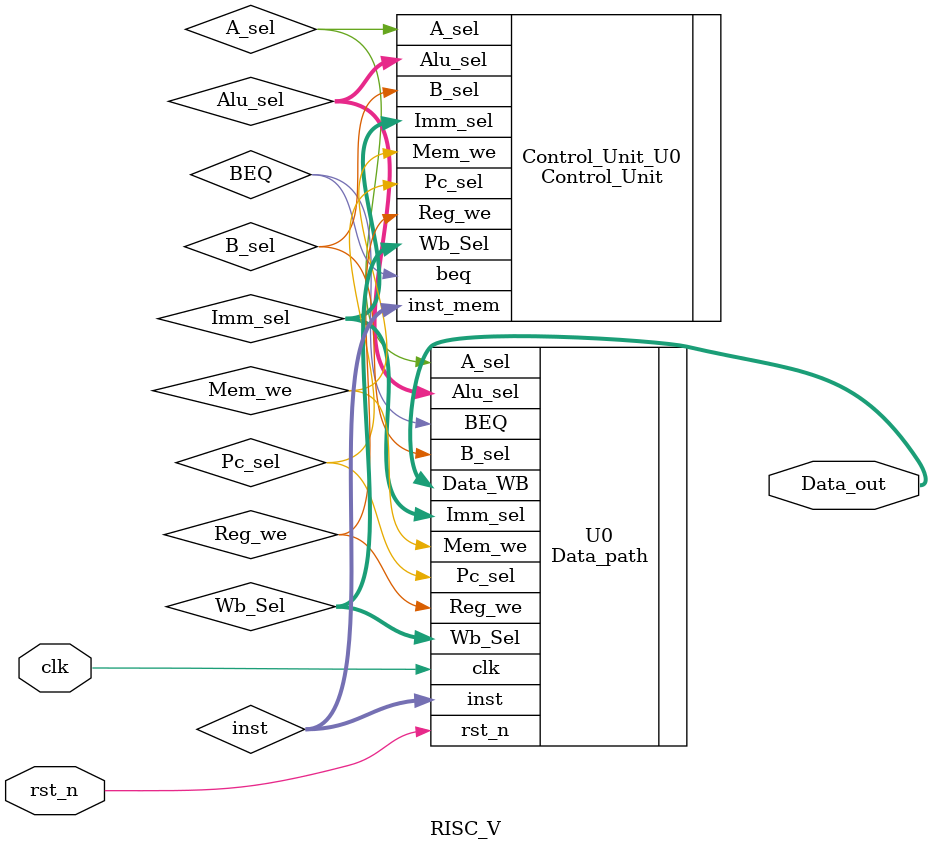
<source format=v>
module RISC_V #(parameter WIDTH=32 ) (clk,rst_n,Data_out );
 
//----------Define_parameter----------//


//----------Input_Declaration----------//

input clk,rst_n;


//----------Output_Declaration----------//

output   [WIDTH-1:0] Data_out ;


//----------Internal_wires----------//

wire [1:0] Imm_sel ;
wire [1:0] Alu_sel ;
wire  Pc_sel ;
wire  Reg_we ;
wire  A_sel ;
wire  B_sel ;
wire  Mem_we ;
wire [1:0] Wb_Sel ;

wire	[WIDTH-1:0]	inst ;
wire    BEQ ;
//wire	[WIDTH-1:0] Data_WB;  	 		

//----------BLocks----------//

Data_path #(WIDTH) U0 (
.clk(clk),
.rst_n(rst_n),
.Imm_sel(Imm_sel) ,
.Alu_sel(Alu_sel) ,
.Pc_sel(Pc_sel) ,
.Reg_we(Reg_we) ,
.A_sel (A_sel),
.B_sel (B_sel) ,
.Mem_we(Mem_we) ,
.Wb_Sel(Wb_Sel),
.inst (inst),
.BEQ (BEQ),
.Data_WB(Data_out)
);
Control_Unit  #(WIDTH) Control_Unit_U0 (
.inst_mem(inst) ,
.beq(BEQ) ,
.Pc_sel(Pc_sel) ,
.Imm_sel(Imm_sel) ,
.Reg_we(Reg_we) ,
.A_sel(A_sel) ,
.B_sel(B_sel) ,
.Alu_sel(Alu_sel) ,
.Mem_we(Mem_we) ,
.Wb_Sel(Wb_Sel)
); 
endmodule
</source>
